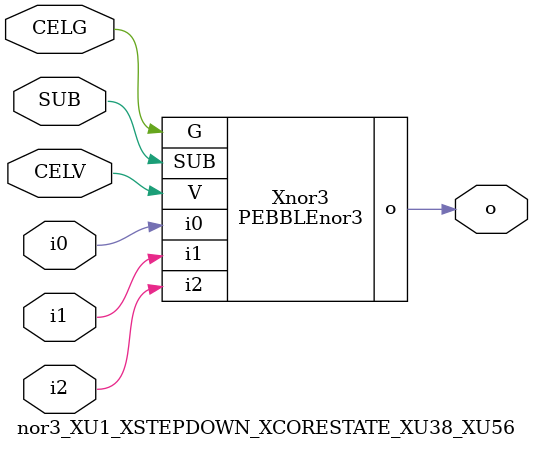
<source format=v>



module PEBBLEnor3 ( o, G, SUB, V, i0, i1, i2 );

  input i0;
  input V;
  input i2;
  input i1;
  input G;
  output o;
  input SUB;
endmodule

//Celera Confidential Do Not Copy nor3_XU1_XSTEPDOWN_XCORESTATE_XU38_XU56
//Celera Confidential Symbol Generator
//NOR3
module nor3_XU1_XSTEPDOWN_XCORESTATE_XU38_XU56 (CELV,CELG,i0,i1,i2,o,SUB);
input CELV;
input CELG;
input i0;
input i1;
input i2;
input SUB;
output o;

//Celera Confidential Do Not Copy nor3
PEBBLEnor3 Xnor3(
.V (CELV),
.i0 (i0),
.i1 (i1),
.i2 (i2),
.o (o),
.SUB (SUB),
.G (CELG)
);
//,diesize,PEBBLEnor3

//Celera Confidential Do Not Copy Module End
//Celera Schematic Generator
endmodule

</source>
